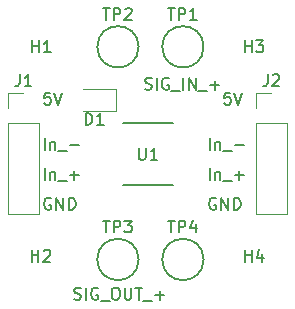
<source format=gto>
%TF.GenerationSoftware,KiCad,Pcbnew,7.0.6*%
%TF.CreationDate,2023-11-15T12:58:54-06:00*%
%TF.ProjectId,TorqueSensorAmpifierPCB,546f7271-7565-4536-956e-736f72416d70,rev?*%
%TF.SameCoordinates,Original*%
%TF.FileFunction,Legend,Top*%
%TF.FilePolarity,Positive*%
%FSLAX46Y46*%
G04 Gerber Fmt 4.6, Leading zero omitted, Abs format (unit mm)*
G04 Created by KiCad (PCBNEW 7.0.6) date 2023-11-15 12:58:54*
%MOMM*%
%LPD*%
G01*
G04 APERTURE LIST*
%ADD10C,0.150000*%
%ADD11C,0.120000*%
%ADD12C,0.152400*%
G04 APERTURE END LIST*
D10*
X75266779Y-102739819D02*
X75266779Y-101739819D01*
X75742969Y-102073152D02*
X75742969Y-102739819D01*
X75742969Y-102168390D02*
X75790588Y-102120771D01*
X75790588Y-102120771D02*
X75885826Y-102073152D01*
X75885826Y-102073152D02*
X76028683Y-102073152D01*
X76028683Y-102073152D02*
X76123921Y-102120771D01*
X76123921Y-102120771D02*
X76171540Y-102216009D01*
X76171540Y-102216009D02*
X76171540Y-102739819D01*
X76409636Y-102835057D02*
X77171540Y-102835057D01*
X77409636Y-102358866D02*
X78171541Y-102358866D01*
X77790588Y-102739819D02*
X77790588Y-101977914D01*
X75266779Y-100199819D02*
X75266779Y-99199819D01*
X75742969Y-99533152D02*
X75742969Y-100199819D01*
X75742969Y-99628390D02*
X75790588Y-99580771D01*
X75790588Y-99580771D02*
X75885826Y-99533152D01*
X75885826Y-99533152D02*
X76028683Y-99533152D01*
X76028683Y-99533152D02*
X76123921Y-99580771D01*
X76123921Y-99580771D02*
X76171540Y-99676009D01*
X76171540Y-99676009D02*
X76171540Y-100199819D01*
X76409636Y-100295057D02*
X77171540Y-100295057D01*
X77409636Y-99818866D02*
X78171541Y-99818866D01*
X61772969Y-95389819D02*
X61296779Y-95389819D01*
X61296779Y-95389819D02*
X61249160Y-95866009D01*
X61249160Y-95866009D02*
X61296779Y-95818390D01*
X61296779Y-95818390D02*
X61392017Y-95770771D01*
X61392017Y-95770771D02*
X61630112Y-95770771D01*
X61630112Y-95770771D02*
X61725350Y-95818390D01*
X61725350Y-95818390D02*
X61772969Y-95866009D01*
X61772969Y-95866009D02*
X61820588Y-95961247D01*
X61820588Y-95961247D02*
X61820588Y-96199342D01*
X61820588Y-96199342D02*
X61772969Y-96294580D01*
X61772969Y-96294580D02*
X61725350Y-96342200D01*
X61725350Y-96342200D02*
X61630112Y-96389819D01*
X61630112Y-96389819D02*
X61392017Y-96389819D01*
X61392017Y-96389819D02*
X61296779Y-96342200D01*
X61296779Y-96342200D02*
X61249160Y-96294580D01*
X62106303Y-95389819D02*
X62439636Y-96389819D01*
X62439636Y-96389819D02*
X62772969Y-95389819D01*
X77012969Y-95389819D02*
X76536779Y-95389819D01*
X76536779Y-95389819D02*
X76489160Y-95866009D01*
X76489160Y-95866009D02*
X76536779Y-95818390D01*
X76536779Y-95818390D02*
X76632017Y-95770771D01*
X76632017Y-95770771D02*
X76870112Y-95770771D01*
X76870112Y-95770771D02*
X76965350Y-95818390D01*
X76965350Y-95818390D02*
X77012969Y-95866009D01*
X77012969Y-95866009D02*
X77060588Y-95961247D01*
X77060588Y-95961247D02*
X77060588Y-96199342D01*
X77060588Y-96199342D02*
X77012969Y-96294580D01*
X77012969Y-96294580D02*
X76965350Y-96342200D01*
X76965350Y-96342200D02*
X76870112Y-96389819D01*
X76870112Y-96389819D02*
X76632017Y-96389819D01*
X76632017Y-96389819D02*
X76536779Y-96342200D01*
X76536779Y-96342200D02*
X76489160Y-96294580D01*
X77346303Y-95389819D02*
X77679636Y-96389819D01*
X77679636Y-96389819D02*
X78012969Y-95389819D01*
X61296779Y-100199819D02*
X61296779Y-99199819D01*
X61772969Y-99533152D02*
X61772969Y-100199819D01*
X61772969Y-99628390D02*
X61820588Y-99580771D01*
X61820588Y-99580771D02*
X61915826Y-99533152D01*
X61915826Y-99533152D02*
X62058683Y-99533152D01*
X62058683Y-99533152D02*
X62153921Y-99580771D01*
X62153921Y-99580771D02*
X62201540Y-99676009D01*
X62201540Y-99676009D02*
X62201540Y-100199819D01*
X62439636Y-100295057D02*
X63201540Y-100295057D01*
X63439636Y-99818866D02*
X64201541Y-99818866D01*
X61296779Y-102739819D02*
X61296779Y-101739819D01*
X61772969Y-102073152D02*
X61772969Y-102739819D01*
X61772969Y-102168390D02*
X61820588Y-102120771D01*
X61820588Y-102120771D02*
X61915826Y-102073152D01*
X61915826Y-102073152D02*
X62058683Y-102073152D01*
X62058683Y-102073152D02*
X62153921Y-102120771D01*
X62153921Y-102120771D02*
X62201540Y-102216009D01*
X62201540Y-102216009D02*
X62201540Y-102739819D01*
X62439636Y-102835057D02*
X63201540Y-102835057D01*
X63439636Y-102358866D02*
X64201541Y-102358866D01*
X63820588Y-102739819D02*
X63820588Y-101977914D01*
X69789160Y-95072200D02*
X69932017Y-95119819D01*
X69932017Y-95119819D02*
X70170112Y-95119819D01*
X70170112Y-95119819D02*
X70265350Y-95072200D01*
X70265350Y-95072200D02*
X70312969Y-95024580D01*
X70312969Y-95024580D02*
X70360588Y-94929342D01*
X70360588Y-94929342D02*
X70360588Y-94834104D01*
X70360588Y-94834104D02*
X70312969Y-94738866D01*
X70312969Y-94738866D02*
X70265350Y-94691247D01*
X70265350Y-94691247D02*
X70170112Y-94643628D01*
X70170112Y-94643628D02*
X69979636Y-94596009D01*
X69979636Y-94596009D02*
X69884398Y-94548390D01*
X69884398Y-94548390D02*
X69836779Y-94500771D01*
X69836779Y-94500771D02*
X69789160Y-94405533D01*
X69789160Y-94405533D02*
X69789160Y-94310295D01*
X69789160Y-94310295D02*
X69836779Y-94215057D01*
X69836779Y-94215057D02*
X69884398Y-94167438D01*
X69884398Y-94167438D02*
X69979636Y-94119819D01*
X69979636Y-94119819D02*
X70217731Y-94119819D01*
X70217731Y-94119819D02*
X70360588Y-94167438D01*
X70789160Y-95119819D02*
X70789160Y-94119819D01*
X71789159Y-94167438D02*
X71693921Y-94119819D01*
X71693921Y-94119819D02*
X71551064Y-94119819D01*
X71551064Y-94119819D02*
X71408207Y-94167438D01*
X71408207Y-94167438D02*
X71312969Y-94262676D01*
X71312969Y-94262676D02*
X71265350Y-94357914D01*
X71265350Y-94357914D02*
X71217731Y-94548390D01*
X71217731Y-94548390D02*
X71217731Y-94691247D01*
X71217731Y-94691247D02*
X71265350Y-94881723D01*
X71265350Y-94881723D02*
X71312969Y-94976961D01*
X71312969Y-94976961D02*
X71408207Y-95072200D01*
X71408207Y-95072200D02*
X71551064Y-95119819D01*
X71551064Y-95119819D02*
X71646302Y-95119819D01*
X71646302Y-95119819D02*
X71789159Y-95072200D01*
X71789159Y-95072200D02*
X71836778Y-95024580D01*
X71836778Y-95024580D02*
X71836778Y-94691247D01*
X71836778Y-94691247D02*
X71646302Y-94691247D01*
X72027255Y-95215057D02*
X72789159Y-95215057D01*
X73027255Y-95119819D02*
X73027255Y-94119819D01*
X73503445Y-95119819D02*
X73503445Y-94119819D01*
X73503445Y-94119819D02*
X74074873Y-95119819D01*
X74074873Y-95119819D02*
X74074873Y-94119819D01*
X74312969Y-95215057D02*
X75074873Y-95215057D01*
X75312969Y-94738866D02*
X76074874Y-94738866D01*
X75693921Y-95119819D02*
X75693921Y-94357914D01*
X75790588Y-104327438D02*
X75695350Y-104279819D01*
X75695350Y-104279819D02*
X75552493Y-104279819D01*
X75552493Y-104279819D02*
X75409636Y-104327438D01*
X75409636Y-104327438D02*
X75314398Y-104422676D01*
X75314398Y-104422676D02*
X75266779Y-104517914D01*
X75266779Y-104517914D02*
X75219160Y-104708390D01*
X75219160Y-104708390D02*
X75219160Y-104851247D01*
X75219160Y-104851247D02*
X75266779Y-105041723D01*
X75266779Y-105041723D02*
X75314398Y-105136961D01*
X75314398Y-105136961D02*
X75409636Y-105232200D01*
X75409636Y-105232200D02*
X75552493Y-105279819D01*
X75552493Y-105279819D02*
X75647731Y-105279819D01*
X75647731Y-105279819D02*
X75790588Y-105232200D01*
X75790588Y-105232200D02*
X75838207Y-105184580D01*
X75838207Y-105184580D02*
X75838207Y-104851247D01*
X75838207Y-104851247D02*
X75647731Y-104851247D01*
X76266779Y-105279819D02*
X76266779Y-104279819D01*
X76266779Y-104279819D02*
X76838207Y-105279819D01*
X76838207Y-105279819D02*
X76838207Y-104279819D01*
X77314398Y-105279819D02*
X77314398Y-104279819D01*
X77314398Y-104279819D02*
X77552493Y-104279819D01*
X77552493Y-104279819D02*
X77695350Y-104327438D01*
X77695350Y-104327438D02*
X77790588Y-104422676D01*
X77790588Y-104422676D02*
X77838207Y-104517914D01*
X77838207Y-104517914D02*
X77885826Y-104708390D01*
X77885826Y-104708390D02*
X77885826Y-104851247D01*
X77885826Y-104851247D02*
X77838207Y-105041723D01*
X77838207Y-105041723D02*
X77790588Y-105136961D01*
X77790588Y-105136961D02*
X77695350Y-105232200D01*
X77695350Y-105232200D02*
X77552493Y-105279819D01*
X77552493Y-105279819D02*
X77314398Y-105279819D01*
X63789160Y-112852200D02*
X63932017Y-112899819D01*
X63932017Y-112899819D02*
X64170112Y-112899819D01*
X64170112Y-112899819D02*
X64265350Y-112852200D01*
X64265350Y-112852200D02*
X64312969Y-112804580D01*
X64312969Y-112804580D02*
X64360588Y-112709342D01*
X64360588Y-112709342D02*
X64360588Y-112614104D01*
X64360588Y-112614104D02*
X64312969Y-112518866D01*
X64312969Y-112518866D02*
X64265350Y-112471247D01*
X64265350Y-112471247D02*
X64170112Y-112423628D01*
X64170112Y-112423628D02*
X63979636Y-112376009D01*
X63979636Y-112376009D02*
X63884398Y-112328390D01*
X63884398Y-112328390D02*
X63836779Y-112280771D01*
X63836779Y-112280771D02*
X63789160Y-112185533D01*
X63789160Y-112185533D02*
X63789160Y-112090295D01*
X63789160Y-112090295D02*
X63836779Y-111995057D01*
X63836779Y-111995057D02*
X63884398Y-111947438D01*
X63884398Y-111947438D02*
X63979636Y-111899819D01*
X63979636Y-111899819D02*
X64217731Y-111899819D01*
X64217731Y-111899819D02*
X64360588Y-111947438D01*
X64789160Y-112899819D02*
X64789160Y-111899819D01*
X65789159Y-111947438D02*
X65693921Y-111899819D01*
X65693921Y-111899819D02*
X65551064Y-111899819D01*
X65551064Y-111899819D02*
X65408207Y-111947438D01*
X65408207Y-111947438D02*
X65312969Y-112042676D01*
X65312969Y-112042676D02*
X65265350Y-112137914D01*
X65265350Y-112137914D02*
X65217731Y-112328390D01*
X65217731Y-112328390D02*
X65217731Y-112471247D01*
X65217731Y-112471247D02*
X65265350Y-112661723D01*
X65265350Y-112661723D02*
X65312969Y-112756961D01*
X65312969Y-112756961D02*
X65408207Y-112852200D01*
X65408207Y-112852200D02*
X65551064Y-112899819D01*
X65551064Y-112899819D02*
X65646302Y-112899819D01*
X65646302Y-112899819D02*
X65789159Y-112852200D01*
X65789159Y-112852200D02*
X65836778Y-112804580D01*
X65836778Y-112804580D02*
X65836778Y-112471247D01*
X65836778Y-112471247D02*
X65646302Y-112471247D01*
X66027255Y-112995057D02*
X66789159Y-112995057D01*
X67217731Y-111899819D02*
X67408207Y-111899819D01*
X67408207Y-111899819D02*
X67503445Y-111947438D01*
X67503445Y-111947438D02*
X67598683Y-112042676D01*
X67598683Y-112042676D02*
X67646302Y-112233152D01*
X67646302Y-112233152D02*
X67646302Y-112566485D01*
X67646302Y-112566485D02*
X67598683Y-112756961D01*
X67598683Y-112756961D02*
X67503445Y-112852200D01*
X67503445Y-112852200D02*
X67408207Y-112899819D01*
X67408207Y-112899819D02*
X67217731Y-112899819D01*
X67217731Y-112899819D02*
X67122493Y-112852200D01*
X67122493Y-112852200D02*
X67027255Y-112756961D01*
X67027255Y-112756961D02*
X66979636Y-112566485D01*
X66979636Y-112566485D02*
X66979636Y-112233152D01*
X66979636Y-112233152D02*
X67027255Y-112042676D01*
X67027255Y-112042676D02*
X67122493Y-111947438D01*
X67122493Y-111947438D02*
X67217731Y-111899819D01*
X68074874Y-111899819D02*
X68074874Y-112709342D01*
X68074874Y-112709342D02*
X68122493Y-112804580D01*
X68122493Y-112804580D02*
X68170112Y-112852200D01*
X68170112Y-112852200D02*
X68265350Y-112899819D01*
X68265350Y-112899819D02*
X68455826Y-112899819D01*
X68455826Y-112899819D02*
X68551064Y-112852200D01*
X68551064Y-112852200D02*
X68598683Y-112804580D01*
X68598683Y-112804580D02*
X68646302Y-112709342D01*
X68646302Y-112709342D02*
X68646302Y-111899819D01*
X68979636Y-111899819D02*
X69551064Y-111899819D01*
X69265350Y-112899819D02*
X69265350Y-111899819D01*
X69646303Y-112995057D02*
X70408207Y-112995057D01*
X70646303Y-112518866D02*
X71408208Y-112518866D01*
X71027255Y-112899819D02*
X71027255Y-112137914D01*
X61820588Y-104327438D02*
X61725350Y-104279819D01*
X61725350Y-104279819D02*
X61582493Y-104279819D01*
X61582493Y-104279819D02*
X61439636Y-104327438D01*
X61439636Y-104327438D02*
X61344398Y-104422676D01*
X61344398Y-104422676D02*
X61296779Y-104517914D01*
X61296779Y-104517914D02*
X61249160Y-104708390D01*
X61249160Y-104708390D02*
X61249160Y-104851247D01*
X61249160Y-104851247D02*
X61296779Y-105041723D01*
X61296779Y-105041723D02*
X61344398Y-105136961D01*
X61344398Y-105136961D02*
X61439636Y-105232200D01*
X61439636Y-105232200D02*
X61582493Y-105279819D01*
X61582493Y-105279819D02*
X61677731Y-105279819D01*
X61677731Y-105279819D02*
X61820588Y-105232200D01*
X61820588Y-105232200D02*
X61868207Y-105184580D01*
X61868207Y-105184580D02*
X61868207Y-104851247D01*
X61868207Y-104851247D02*
X61677731Y-104851247D01*
X62296779Y-105279819D02*
X62296779Y-104279819D01*
X62296779Y-104279819D02*
X62868207Y-105279819D01*
X62868207Y-105279819D02*
X62868207Y-104279819D01*
X63344398Y-105279819D02*
X63344398Y-104279819D01*
X63344398Y-104279819D02*
X63582493Y-104279819D01*
X63582493Y-104279819D02*
X63725350Y-104327438D01*
X63725350Y-104327438D02*
X63820588Y-104422676D01*
X63820588Y-104422676D02*
X63868207Y-104517914D01*
X63868207Y-104517914D02*
X63915826Y-104708390D01*
X63915826Y-104708390D02*
X63915826Y-104851247D01*
X63915826Y-104851247D02*
X63868207Y-105041723D01*
X63868207Y-105041723D02*
X63820588Y-105136961D01*
X63820588Y-105136961D02*
X63725350Y-105232200D01*
X63725350Y-105232200D02*
X63582493Y-105279819D01*
X63582493Y-105279819D02*
X63344398Y-105279819D01*
X78238095Y-91954819D02*
X78238095Y-90954819D01*
X78238095Y-91431009D02*
X78809523Y-91431009D01*
X78809523Y-91954819D02*
X78809523Y-90954819D01*
X79190476Y-90954819D02*
X79809523Y-90954819D01*
X79809523Y-90954819D02*
X79476190Y-91335771D01*
X79476190Y-91335771D02*
X79619047Y-91335771D01*
X79619047Y-91335771D02*
X79714285Y-91383390D01*
X79714285Y-91383390D02*
X79761904Y-91431009D01*
X79761904Y-91431009D02*
X79809523Y-91526247D01*
X79809523Y-91526247D02*
X79809523Y-91764342D01*
X79809523Y-91764342D02*
X79761904Y-91859580D01*
X79761904Y-91859580D02*
X79714285Y-91907200D01*
X79714285Y-91907200D02*
X79619047Y-91954819D01*
X79619047Y-91954819D02*
X79333333Y-91954819D01*
X79333333Y-91954819D02*
X79238095Y-91907200D01*
X79238095Y-91907200D02*
X79190476Y-91859580D01*
X71738095Y-88204819D02*
X72309523Y-88204819D01*
X72023809Y-89204819D02*
X72023809Y-88204819D01*
X72642857Y-89204819D02*
X72642857Y-88204819D01*
X72642857Y-88204819D02*
X73023809Y-88204819D01*
X73023809Y-88204819D02*
X73119047Y-88252438D01*
X73119047Y-88252438D02*
X73166666Y-88300057D01*
X73166666Y-88300057D02*
X73214285Y-88395295D01*
X73214285Y-88395295D02*
X73214285Y-88538152D01*
X73214285Y-88538152D02*
X73166666Y-88633390D01*
X73166666Y-88633390D02*
X73119047Y-88681009D01*
X73119047Y-88681009D02*
X73023809Y-88728628D01*
X73023809Y-88728628D02*
X72642857Y-88728628D01*
X74166666Y-89204819D02*
X73595238Y-89204819D01*
X73880952Y-89204819D02*
X73880952Y-88204819D01*
X73880952Y-88204819D02*
X73785714Y-88347676D01*
X73785714Y-88347676D02*
X73690476Y-88442914D01*
X73690476Y-88442914D02*
X73595238Y-88490533D01*
X60198095Y-109674819D02*
X60198095Y-108674819D01*
X60198095Y-109151009D02*
X60769523Y-109151009D01*
X60769523Y-109674819D02*
X60769523Y-108674819D01*
X61198095Y-108770057D02*
X61245714Y-108722438D01*
X61245714Y-108722438D02*
X61340952Y-108674819D01*
X61340952Y-108674819D02*
X61579047Y-108674819D01*
X61579047Y-108674819D02*
X61674285Y-108722438D01*
X61674285Y-108722438D02*
X61721904Y-108770057D01*
X61721904Y-108770057D02*
X61769523Y-108865295D01*
X61769523Y-108865295D02*
X61769523Y-108960533D01*
X61769523Y-108960533D02*
X61721904Y-109103390D01*
X61721904Y-109103390D02*
X61150476Y-109674819D01*
X61150476Y-109674819D02*
X61769523Y-109674819D01*
X64761905Y-98104819D02*
X64761905Y-97104819D01*
X64761905Y-97104819D02*
X65000000Y-97104819D01*
X65000000Y-97104819D02*
X65142857Y-97152438D01*
X65142857Y-97152438D02*
X65238095Y-97247676D01*
X65238095Y-97247676D02*
X65285714Y-97342914D01*
X65285714Y-97342914D02*
X65333333Y-97533390D01*
X65333333Y-97533390D02*
X65333333Y-97676247D01*
X65333333Y-97676247D02*
X65285714Y-97866723D01*
X65285714Y-97866723D02*
X65238095Y-97961961D01*
X65238095Y-97961961D02*
X65142857Y-98057200D01*
X65142857Y-98057200D02*
X65000000Y-98104819D01*
X65000000Y-98104819D02*
X64761905Y-98104819D01*
X66285714Y-98104819D02*
X65714286Y-98104819D01*
X66000000Y-98104819D02*
X66000000Y-97104819D01*
X66000000Y-97104819D02*
X65904762Y-97247676D01*
X65904762Y-97247676D02*
X65809524Y-97342914D01*
X65809524Y-97342914D02*
X65714286Y-97390533D01*
X80166666Y-93824819D02*
X80166666Y-94539104D01*
X80166666Y-94539104D02*
X80119047Y-94681961D01*
X80119047Y-94681961D02*
X80023809Y-94777200D01*
X80023809Y-94777200D02*
X79880952Y-94824819D01*
X79880952Y-94824819D02*
X79785714Y-94824819D01*
X80595238Y-93920057D02*
X80642857Y-93872438D01*
X80642857Y-93872438D02*
X80738095Y-93824819D01*
X80738095Y-93824819D02*
X80976190Y-93824819D01*
X80976190Y-93824819D02*
X81071428Y-93872438D01*
X81071428Y-93872438D02*
X81119047Y-93920057D01*
X81119047Y-93920057D02*
X81166666Y-94015295D01*
X81166666Y-94015295D02*
X81166666Y-94110533D01*
X81166666Y-94110533D02*
X81119047Y-94253390D01*
X81119047Y-94253390D02*
X80547619Y-94824819D01*
X80547619Y-94824819D02*
X81166666Y-94824819D01*
X71738095Y-106204819D02*
X72309523Y-106204819D01*
X72023809Y-107204819D02*
X72023809Y-106204819D01*
X72642857Y-107204819D02*
X72642857Y-106204819D01*
X72642857Y-106204819D02*
X73023809Y-106204819D01*
X73023809Y-106204819D02*
X73119047Y-106252438D01*
X73119047Y-106252438D02*
X73166666Y-106300057D01*
X73166666Y-106300057D02*
X73214285Y-106395295D01*
X73214285Y-106395295D02*
X73214285Y-106538152D01*
X73214285Y-106538152D02*
X73166666Y-106633390D01*
X73166666Y-106633390D02*
X73119047Y-106681009D01*
X73119047Y-106681009D02*
X73023809Y-106728628D01*
X73023809Y-106728628D02*
X72642857Y-106728628D01*
X74071428Y-106538152D02*
X74071428Y-107204819D01*
X73833333Y-106157200D02*
X73595238Y-106871485D01*
X73595238Y-106871485D02*
X74214285Y-106871485D01*
X69263095Y-100049819D02*
X69263095Y-100859342D01*
X69263095Y-100859342D02*
X69310714Y-100954580D01*
X69310714Y-100954580D02*
X69358333Y-101002200D01*
X69358333Y-101002200D02*
X69453571Y-101049819D01*
X69453571Y-101049819D02*
X69644047Y-101049819D01*
X69644047Y-101049819D02*
X69739285Y-101002200D01*
X69739285Y-101002200D02*
X69786904Y-100954580D01*
X69786904Y-100954580D02*
X69834523Y-100859342D01*
X69834523Y-100859342D02*
X69834523Y-100049819D01*
X70834523Y-101049819D02*
X70263095Y-101049819D01*
X70548809Y-101049819D02*
X70548809Y-100049819D01*
X70548809Y-100049819D02*
X70453571Y-100192676D01*
X70453571Y-100192676D02*
X70358333Y-100287914D01*
X70358333Y-100287914D02*
X70263095Y-100335533D01*
X66238095Y-88204819D02*
X66809523Y-88204819D01*
X66523809Y-89204819D02*
X66523809Y-88204819D01*
X67142857Y-89204819D02*
X67142857Y-88204819D01*
X67142857Y-88204819D02*
X67523809Y-88204819D01*
X67523809Y-88204819D02*
X67619047Y-88252438D01*
X67619047Y-88252438D02*
X67666666Y-88300057D01*
X67666666Y-88300057D02*
X67714285Y-88395295D01*
X67714285Y-88395295D02*
X67714285Y-88538152D01*
X67714285Y-88538152D02*
X67666666Y-88633390D01*
X67666666Y-88633390D02*
X67619047Y-88681009D01*
X67619047Y-88681009D02*
X67523809Y-88728628D01*
X67523809Y-88728628D02*
X67142857Y-88728628D01*
X68095238Y-88300057D02*
X68142857Y-88252438D01*
X68142857Y-88252438D02*
X68238095Y-88204819D01*
X68238095Y-88204819D02*
X68476190Y-88204819D01*
X68476190Y-88204819D02*
X68571428Y-88252438D01*
X68571428Y-88252438D02*
X68619047Y-88300057D01*
X68619047Y-88300057D02*
X68666666Y-88395295D01*
X68666666Y-88395295D02*
X68666666Y-88490533D01*
X68666666Y-88490533D02*
X68619047Y-88633390D01*
X68619047Y-88633390D02*
X68047619Y-89204819D01*
X68047619Y-89204819D02*
X68666666Y-89204819D01*
X66238095Y-106204819D02*
X66809523Y-106204819D01*
X66523809Y-107204819D02*
X66523809Y-106204819D01*
X67142857Y-107204819D02*
X67142857Y-106204819D01*
X67142857Y-106204819D02*
X67523809Y-106204819D01*
X67523809Y-106204819D02*
X67619047Y-106252438D01*
X67619047Y-106252438D02*
X67666666Y-106300057D01*
X67666666Y-106300057D02*
X67714285Y-106395295D01*
X67714285Y-106395295D02*
X67714285Y-106538152D01*
X67714285Y-106538152D02*
X67666666Y-106633390D01*
X67666666Y-106633390D02*
X67619047Y-106681009D01*
X67619047Y-106681009D02*
X67523809Y-106728628D01*
X67523809Y-106728628D02*
X67142857Y-106728628D01*
X68047619Y-106204819D02*
X68666666Y-106204819D01*
X68666666Y-106204819D02*
X68333333Y-106585771D01*
X68333333Y-106585771D02*
X68476190Y-106585771D01*
X68476190Y-106585771D02*
X68571428Y-106633390D01*
X68571428Y-106633390D02*
X68619047Y-106681009D01*
X68619047Y-106681009D02*
X68666666Y-106776247D01*
X68666666Y-106776247D02*
X68666666Y-107014342D01*
X68666666Y-107014342D02*
X68619047Y-107109580D01*
X68619047Y-107109580D02*
X68571428Y-107157200D01*
X68571428Y-107157200D02*
X68476190Y-107204819D01*
X68476190Y-107204819D02*
X68190476Y-107204819D01*
X68190476Y-107204819D02*
X68095238Y-107157200D01*
X68095238Y-107157200D02*
X68047619Y-107109580D01*
X59166666Y-93824819D02*
X59166666Y-94539104D01*
X59166666Y-94539104D02*
X59119047Y-94681961D01*
X59119047Y-94681961D02*
X59023809Y-94777200D01*
X59023809Y-94777200D02*
X58880952Y-94824819D01*
X58880952Y-94824819D02*
X58785714Y-94824819D01*
X60166666Y-94824819D02*
X59595238Y-94824819D01*
X59880952Y-94824819D02*
X59880952Y-93824819D01*
X59880952Y-93824819D02*
X59785714Y-93967676D01*
X59785714Y-93967676D02*
X59690476Y-94062914D01*
X59690476Y-94062914D02*
X59595238Y-94110533D01*
X60238095Y-91954819D02*
X60238095Y-90954819D01*
X60238095Y-91431009D02*
X60809523Y-91431009D01*
X60809523Y-91954819D02*
X60809523Y-90954819D01*
X61809523Y-91954819D02*
X61238095Y-91954819D01*
X61523809Y-91954819D02*
X61523809Y-90954819D01*
X61523809Y-90954819D02*
X61428571Y-91097676D01*
X61428571Y-91097676D02*
X61333333Y-91192914D01*
X61333333Y-91192914D02*
X61238095Y-91240533D01*
X78238095Y-109674819D02*
X78238095Y-108674819D01*
X78238095Y-109151009D02*
X78809523Y-109151009D01*
X78809523Y-109674819D02*
X78809523Y-108674819D01*
X79714285Y-109008152D02*
X79714285Y-109674819D01*
X79476190Y-108627200D02*
X79238095Y-109341485D01*
X79238095Y-109341485D02*
X79857142Y-109341485D01*
%TO.C,TP1*%
X74750000Y-91500000D02*
G75*
G03*
X74750000Y-91500000I-1750000J0D01*
G01*
D11*
%TO.C,D1*%
X67360000Y-96960000D02*
X67360000Y-95040000D01*
X67360000Y-95040000D02*
X64500000Y-95040000D01*
X64500000Y-96960000D02*
X67360000Y-96960000D01*
%TO.C,J2*%
X79170000Y-95370000D02*
X80500000Y-95370000D01*
X79170000Y-96700000D02*
X79170000Y-95370000D01*
X79170000Y-97970000D02*
X79170000Y-105650000D01*
X79170000Y-97970000D02*
X81830000Y-97970000D01*
X79170000Y-105650000D02*
X81830000Y-105650000D01*
X81830000Y-97970000D02*
X81830000Y-105650000D01*
D10*
%TO.C,TP4*%
X74750000Y-109500000D02*
G75*
G03*
X74750000Y-109500000I-1750000J0D01*
G01*
D12*
%TO.C,U1*%
X67904100Y-103223900D02*
X72145900Y-103223900D01*
X72145900Y-97966100D02*
X67904100Y-97966100D01*
D10*
%TO.C,TP2*%
X69250000Y-91500000D02*
G75*
G03*
X69250000Y-91500000I-1750000J0D01*
G01*
%TO.C,TP3*%
X69250000Y-109500000D02*
G75*
G03*
X69250000Y-109500000I-1750000J0D01*
G01*
D11*
%TO.C,J1*%
X58170000Y-95370000D02*
X59500000Y-95370000D01*
X58170000Y-96700000D02*
X58170000Y-95370000D01*
X58170000Y-97970000D02*
X58170000Y-105650000D01*
X58170000Y-97970000D02*
X60830000Y-97970000D01*
X58170000Y-105650000D02*
X60830000Y-105650000D01*
X60830000Y-97970000D02*
X60830000Y-105650000D01*
%TD*%
M02*

</source>
